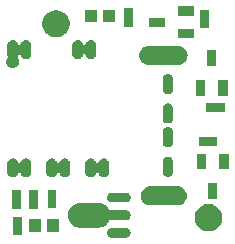
<source format=gbr>
G04 #@! TF.GenerationSoftware,KiCad,Pcbnew,(5.0.2)-1*
G04 #@! TF.CreationDate,2019-08-16T13:34:43+08:00*
G04 #@! TF.ProjectId,IRMQTT,49524d51-5454-42e6-9b69-6361645f7063,rev?*
G04 #@! TF.SameCoordinates,Original*
G04 #@! TF.FileFunction,Soldermask,Bot*
G04 #@! TF.FilePolarity,Negative*
%FSLAX46Y46*%
G04 Gerber Fmt 4.6, Leading zero omitted, Abs format (unit mm)*
G04 Created by KiCad (PCBNEW (5.0.2)-1) date 2019-08-16 13:34:43*
%MOMM*%
%LPD*%
G01*
G04 APERTURE LIST*
%ADD10C,0.100000*%
G04 APERTURE END LIST*
D10*
G36*
X73410335Y-65190214D02*
X73449610Y-65194082D01*
X73500002Y-65209369D01*
X73525199Y-65217012D01*
X73594860Y-65254247D01*
X73655922Y-65304358D01*
X73706033Y-65365420D01*
X73743268Y-65435081D01*
X73743268Y-65435082D01*
X73766198Y-65510670D01*
X73773940Y-65589280D01*
X73766198Y-65667890D01*
X73750911Y-65718282D01*
X73743268Y-65743479D01*
X73706033Y-65813140D01*
X73655922Y-65874202D01*
X73594860Y-65924313D01*
X73525199Y-65961548D01*
X73500002Y-65969191D01*
X73449610Y-65984478D01*
X73410335Y-65988346D01*
X73390699Y-65990280D01*
X72151301Y-65990280D01*
X72131665Y-65988346D01*
X72092390Y-65984478D01*
X72041998Y-65969191D01*
X72016801Y-65961548D01*
X71947140Y-65924313D01*
X71886078Y-65874202D01*
X71835967Y-65813140D01*
X71798732Y-65743479D01*
X71791089Y-65718282D01*
X71775802Y-65667890D01*
X71768060Y-65589280D01*
X71775802Y-65510670D01*
X71798732Y-65435082D01*
X71798732Y-65435081D01*
X71835967Y-65365420D01*
X71886078Y-65304358D01*
X71947140Y-65254247D01*
X72016801Y-65217012D01*
X72041998Y-65209369D01*
X72092390Y-65194082D01*
X72131665Y-65190214D01*
X72151301Y-65188280D01*
X73390699Y-65188280D01*
X73410335Y-65190214D01*
X73410335Y-65190214D01*
G37*
G36*
X64538940Y-65773780D02*
X63786940Y-65773780D01*
X63786940Y-64221780D01*
X64538940Y-64221780D01*
X64538940Y-65773780D01*
X64538940Y-65773780D01*
G37*
G36*
X67737860Y-65531980D02*
X66705860Y-65531980D01*
X66705860Y-64449980D01*
X67737860Y-64449980D01*
X67737860Y-65531980D01*
X67737860Y-65531980D01*
G37*
G36*
X66197860Y-65531980D02*
X65165860Y-65531980D01*
X65165860Y-64449980D01*
X66197860Y-64449980D01*
X66197860Y-65531980D01*
X66197860Y-65531980D01*
G37*
G36*
X80703874Y-63188252D02*
X80913342Y-63275016D01*
X81101863Y-63400982D01*
X81262178Y-63561297D01*
X81388144Y-63749818D01*
X81474908Y-63959286D01*
X81519140Y-64181655D01*
X81519140Y-64408385D01*
X81474908Y-64630754D01*
X81388144Y-64840222D01*
X81262178Y-65028743D01*
X81101863Y-65189058D01*
X80913342Y-65315024D01*
X80703874Y-65401788D01*
X80481505Y-65446020D01*
X80254775Y-65446020D01*
X80032406Y-65401788D01*
X79822938Y-65315024D01*
X79634417Y-65189058D01*
X79474102Y-65028743D01*
X79348136Y-64840222D01*
X79261372Y-64630754D01*
X79217140Y-64408385D01*
X79217140Y-64181655D01*
X79261372Y-63959286D01*
X79348136Y-63749818D01*
X79474102Y-63561297D01*
X79634417Y-63400982D01*
X79822938Y-63275016D01*
X80032406Y-63188252D01*
X80254775Y-63144020D01*
X80481505Y-63144020D01*
X80703874Y-63188252D01*
X80703874Y-63188252D01*
G37*
G36*
X71103510Y-63041321D02*
X71227032Y-63053487D01*
X71425146Y-63113585D01*
X71607729Y-63211177D01*
X71767765Y-63342515D01*
X71899103Y-63502551D01*
X71961168Y-63618666D01*
X71963059Y-63622205D01*
X71976673Y-63642579D01*
X71994000Y-63659906D01*
X72014374Y-63673520D01*
X72037013Y-63682898D01*
X72061047Y-63687678D01*
X72073299Y-63688280D01*
X73390699Y-63688280D01*
X73410335Y-63690214D01*
X73449610Y-63694082D01*
X73500002Y-63709369D01*
X73525199Y-63717012D01*
X73594860Y-63754247D01*
X73655922Y-63804358D01*
X73706033Y-63865420D01*
X73743268Y-63935081D01*
X73743268Y-63935082D01*
X73766198Y-64010670D01*
X73773940Y-64089280D01*
X73766198Y-64167890D01*
X73762022Y-64181655D01*
X73743268Y-64243479D01*
X73706033Y-64313140D01*
X73655922Y-64374202D01*
X73594860Y-64424313D01*
X73525199Y-64461548D01*
X73500002Y-64469191D01*
X73449610Y-64484478D01*
X73410335Y-64488346D01*
X73390699Y-64490280D01*
X72073299Y-64490280D01*
X72048913Y-64492682D01*
X72025464Y-64499795D01*
X72003853Y-64511346D01*
X71984911Y-64526892D01*
X71969365Y-64545834D01*
X71963059Y-64556355D01*
X71899103Y-64676009D01*
X71767765Y-64836045D01*
X71607729Y-64967383D01*
X71425146Y-65064975D01*
X71227032Y-65125073D01*
X71103510Y-65137239D01*
X71072631Y-65140280D01*
X69469369Y-65140280D01*
X69438490Y-65137239D01*
X69314968Y-65125073D01*
X69116854Y-65064975D01*
X68934271Y-64967383D01*
X68774235Y-64836045D01*
X68642897Y-64676009D01*
X68545305Y-64493426D01*
X68485207Y-64295312D01*
X68464915Y-64089280D01*
X68485207Y-63883248D01*
X68545305Y-63685134D01*
X68642897Y-63502551D01*
X68774235Y-63342515D01*
X68934271Y-63211177D01*
X69116854Y-63113585D01*
X69314968Y-63053487D01*
X69438490Y-63041321D01*
X69469369Y-63038280D01*
X71072631Y-63038280D01*
X71103510Y-63041321D01*
X71103510Y-63041321D01*
G37*
G36*
X64523700Y-63541120D02*
X63771700Y-63541120D01*
X63771700Y-61989120D01*
X64523700Y-61989120D01*
X64523700Y-63541120D01*
X64523700Y-63541120D01*
G37*
G36*
X65963880Y-63533500D02*
X65211880Y-63533500D01*
X65211880Y-61981500D01*
X65963880Y-61981500D01*
X65963880Y-63533500D01*
X65963880Y-63533500D01*
G37*
G36*
X67492960Y-63487780D02*
X66740960Y-63487780D01*
X66740960Y-61935780D01*
X67492960Y-61935780D01*
X67492960Y-63487780D01*
X67492960Y-63487780D01*
G37*
G36*
X77892565Y-61663350D02*
X78043552Y-61709152D01*
X78182705Y-61783530D01*
X78304673Y-61883627D01*
X78404770Y-62005595D01*
X78479148Y-62144748D01*
X78524950Y-62295735D01*
X78540415Y-62452760D01*
X78524950Y-62609785D01*
X78479148Y-62760772D01*
X78404770Y-62899925D01*
X78304673Y-63021893D01*
X78182705Y-63121990D01*
X78043552Y-63196368D01*
X77892565Y-63242170D01*
X77774886Y-63253760D01*
X75396194Y-63253760D01*
X75278515Y-63242170D01*
X75127528Y-63196368D01*
X74988375Y-63121990D01*
X74866407Y-63021893D01*
X74766310Y-62899925D01*
X74691932Y-62760772D01*
X74646130Y-62609785D01*
X74630665Y-62452760D01*
X74646130Y-62295735D01*
X74691932Y-62144748D01*
X74766310Y-62005595D01*
X74866407Y-61883627D01*
X74988375Y-61783530D01*
X75127528Y-61709152D01*
X75278515Y-61663350D01*
X75396194Y-61651760D01*
X77774886Y-61651760D01*
X77892565Y-61663350D01*
X77892565Y-61663350D01*
G37*
G36*
X73410335Y-62190214D02*
X73449610Y-62194082D01*
X73500002Y-62209369D01*
X73525199Y-62217012D01*
X73594860Y-62254247D01*
X73655922Y-62304358D01*
X73706033Y-62365420D01*
X73743268Y-62435081D01*
X73743268Y-62435082D01*
X73766198Y-62510670D01*
X73773940Y-62589280D01*
X73766198Y-62667890D01*
X73759151Y-62691120D01*
X73743268Y-62743479D01*
X73706033Y-62813140D01*
X73655922Y-62874202D01*
X73594860Y-62924313D01*
X73525199Y-62961548D01*
X73500002Y-62969191D01*
X73449610Y-62984478D01*
X73410335Y-62988346D01*
X73390699Y-62990280D01*
X72151301Y-62990280D01*
X72131665Y-62988346D01*
X72092390Y-62984478D01*
X72041998Y-62969191D01*
X72016801Y-62961548D01*
X71947140Y-62924313D01*
X71886078Y-62874202D01*
X71835967Y-62813140D01*
X71798732Y-62743479D01*
X71782849Y-62691120D01*
X71775802Y-62667890D01*
X71768060Y-62589280D01*
X71775802Y-62510670D01*
X71798732Y-62435082D01*
X71798732Y-62435081D01*
X71835967Y-62365420D01*
X71886078Y-62304358D01*
X71947140Y-62254247D01*
X72016801Y-62217012D01*
X72041998Y-62209369D01*
X72092390Y-62194082D01*
X72131665Y-62190214D01*
X72151301Y-62188280D01*
X73390699Y-62188280D01*
X73410335Y-62190214D01*
X73410335Y-62190214D01*
G37*
G36*
X81124740Y-62723120D02*
X80322740Y-62723120D01*
X80322740Y-61371120D01*
X81124740Y-61371120D01*
X81124740Y-62723120D01*
X81124740Y-62723120D01*
G37*
G36*
X68280693Y-59276545D02*
X68355736Y-59299310D01*
X68365705Y-59302334D01*
X68444054Y-59344213D01*
X68512728Y-59400572D01*
X68569087Y-59469246D01*
X68610966Y-59547595D01*
X68610967Y-59547599D01*
X68636755Y-59632607D01*
X68643280Y-59698862D01*
X68643280Y-60443178D01*
X68636755Y-60509433D01*
X68622663Y-60555885D01*
X68610966Y-60594445D01*
X68569087Y-60672794D01*
X68512730Y-60741466D01*
X68512726Y-60741470D01*
X68444057Y-60797825D01*
X68444053Y-60797827D01*
X68365704Y-60839706D01*
X68355735Y-60842730D01*
X68280692Y-60865495D01*
X68192280Y-60874202D01*
X68103867Y-60865495D01*
X68028824Y-60842730D01*
X68018855Y-60839706D01*
X67940506Y-60797827D01*
X67871832Y-60741468D01*
X67871830Y-60741466D01*
X67815475Y-60672797D01*
X67812155Y-60666585D01*
X67773594Y-60594444D01*
X67764620Y-60564861D01*
X67761897Y-60555884D01*
X67752520Y-60533245D01*
X67738906Y-60512871D01*
X67721578Y-60495544D01*
X67701204Y-60481930D01*
X67678564Y-60472553D01*
X67654531Y-60467773D01*
X67630027Y-60467773D01*
X67605993Y-60472554D01*
X67583354Y-60481931D01*
X67562980Y-60495545D01*
X67545653Y-60512873D01*
X67532039Y-60533247D01*
X67522663Y-60555884D01*
X67510966Y-60594445D01*
X67469087Y-60672794D01*
X67412730Y-60741466D01*
X67412726Y-60741470D01*
X67344057Y-60797825D01*
X67344053Y-60797827D01*
X67265704Y-60839706D01*
X67255735Y-60842730D01*
X67180692Y-60865495D01*
X67092280Y-60874202D01*
X67003867Y-60865495D01*
X66928824Y-60842730D01*
X66918855Y-60839706D01*
X66840506Y-60797827D01*
X66771832Y-60741468D01*
X66771830Y-60741466D01*
X66715475Y-60672797D01*
X66710944Y-60664319D01*
X66673594Y-60594444D01*
X66670570Y-60584475D01*
X66647805Y-60509432D01*
X66641280Y-60443177D01*
X66641280Y-59698862D01*
X66647805Y-59632607D01*
X66673593Y-59547597D01*
X66715473Y-59469247D01*
X66771833Y-59400572D01*
X66840506Y-59344214D01*
X66840505Y-59344214D01*
X66840507Y-59344213D01*
X66918856Y-59302334D01*
X66928825Y-59299310D01*
X67003868Y-59276545D01*
X67092280Y-59267838D01*
X67180693Y-59276545D01*
X67255736Y-59299310D01*
X67265705Y-59302334D01*
X67344054Y-59344213D01*
X67412728Y-59400572D01*
X67469087Y-59469246D01*
X67510966Y-59547595D01*
X67519940Y-59577178D01*
X67522663Y-59586155D01*
X67532040Y-59608794D01*
X67545654Y-59629168D01*
X67562982Y-59646495D01*
X67583356Y-59660109D01*
X67605996Y-59669486D01*
X67630029Y-59674266D01*
X67654533Y-59674266D01*
X67678567Y-59669485D01*
X67701206Y-59660108D01*
X67721580Y-59646494D01*
X67738907Y-59629166D01*
X67752521Y-59608792D01*
X67761897Y-59586155D01*
X67773594Y-59547596D01*
X67815473Y-59469247D01*
X67871833Y-59400572D01*
X67940506Y-59344214D01*
X67940505Y-59344214D01*
X67940507Y-59344213D01*
X68018856Y-59302334D01*
X68028825Y-59299310D01*
X68103868Y-59276545D01*
X68192280Y-59267838D01*
X68280693Y-59276545D01*
X68280693Y-59276545D01*
G37*
G36*
X64980693Y-59276545D02*
X65055736Y-59299310D01*
X65065705Y-59302334D01*
X65144054Y-59344213D01*
X65212728Y-59400572D01*
X65269087Y-59469246D01*
X65310966Y-59547595D01*
X65310967Y-59547599D01*
X65336755Y-59632607D01*
X65343280Y-59698862D01*
X65343280Y-60443178D01*
X65336755Y-60509433D01*
X65322663Y-60555885D01*
X65310966Y-60594445D01*
X65269087Y-60672794D01*
X65212730Y-60741466D01*
X65212726Y-60741470D01*
X65144057Y-60797825D01*
X65144053Y-60797827D01*
X65065704Y-60839706D01*
X65055735Y-60842730D01*
X64980692Y-60865495D01*
X64892280Y-60874202D01*
X64803867Y-60865495D01*
X64728824Y-60842730D01*
X64718855Y-60839706D01*
X64640506Y-60797827D01*
X64571832Y-60741468D01*
X64571830Y-60741466D01*
X64515475Y-60672797D01*
X64512155Y-60666585D01*
X64473594Y-60594444D01*
X64464620Y-60564861D01*
X64461897Y-60555884D01*
X64452520Y-60533245D01*
X64438906Y-60512871D01*
X64421578Y-60495544D01*
X64401204Y-60481930D01*
X64378564Y-60472553D01*
X64354531Y-60467773D01*
X64330027Y-60467773D01*
X64305993Y-60472554D01*
X64283354Y-60481931D01*
X64262980Y-60495545D01*
X64245653Y-60512873D01*
X64232039Y-60533247D01*
X64222663Y-60555884D01*
X64210966Y-60594445D01*
X64169087Y-60672794D01*
X64112730Y-60741466D01*
X64112726Y-60741470D01*
X64044057Y-60797825D01*
X64044053Y-60797827D01*
X63965704Y-60839706D01*
X63955735Y-60842730D01*
X63880692Y-60865495D01*
X63792280Y-60874202D01*
X63703867Y-60865495D01*
X63628824Y-60842730D01*
X63618855Y-60839706D01*
X63540506Y-60797827D01*
X63471832Y-60741468D01*
X63471830Y-60741466D01*
X63415475Y-60672797D01*
X63410944Y-60664319D01*
X63373594Y-60594444D01*
X63370570Y-60584475D01*
X63347805Y-60509432D01*
X63341280Y-60443177D01*
X63341280Y-59698862D01*
X63347805Y-59632607D01*
X63373593Y-59547597D01*
X63415473Y-59469247D01*
X63471833Y-59400572D01*
X63540506Y-59344214D01*
X63540505Y-59344214D01*
X63540507Y-59344213D01*
X63618856Y-59302334D01*
X63628825Y-59299310D01*
X63703868Y-59276545D01*
X63792280Y-59267838D01*
X63880693Y-59276545D01*
X63955736Y-59299310D01*
X63965705Y-59302334D01*
X64044054Y-59344213D01*
X64112728Y-59400572D01*
X64169087Y-59469246D01*
X64210966Y-59547595D01*
X64219940Y-59577178D01*
X64222663Y-59586155D01*
X64232040Y-59608794D01*
X64245654Y-59629168D01*
X64262982Y-59646495D01*
X64283356Y-59660109D01*
X64305996Y-59669486D01*
X64330029Y-59674266D01*
X64354533Y-59674266D01*
X64378567Y-59669485D01*
X64401206Y-59660108D01*
X64421580Y-59646494D01*
X64438907Y-59629166D01*
X64452521Y-59608792D01*
X64461897Y-59586155D01*
X64473594Y-59547596D01*
X64515473Y-59469247D01*
X64571833Y-59400572D01*
X64640506Y-59344214D01*
X64640505Y-59344214D01*
X64640507Y-59344213D01*
X64718856Y-59302334D01*
X64728825Y-59299310D01*
X64803868Y-59276545D01*
X64892280Y-59267838D01*
X64980693Y-59276545D01*
X64980693Y-59276545D01*
G37*
G36*
X71580693Y-59276545D02*
X71655736Y-59299310D01*
X71665705Y-59302334D01*
X71744054Y-59344213D01*
X71812728Y-59400572D01*
X71869087Y-59469246D01*
X71910966Y-59547595D01*
X71910967Y-59547599D01*
X71936755Y-59632607D01*
X71943280Y-59698862D01*
X71943280Y-60443178D01*
X71936755Y-60509433D01*
X71922663Y-60555885D01*
X71910966Y-60594445D01*
X71869087Y-60672794D01*
X71812730Y-60741466D01*
X71812726Y-60741470D01*
X71744057Y-60797825D01*
X71744053Y-60797827D01*
X71665704Y-60839706D01*
X71655735Y-60842730D01*
X71580692Y-60865495D01*
X71492280Y-60874202D01*
X71403867Y-60865495D01*
X71328824Y-60842730D01*
X71318855Y-60839706D01*
X71240506Y-60797827D01*
X71171832Y-60741468D01*
X71171830Y-60741466D01*
X71115475Y-60672797D01*
X71112155Y-60666585D01*
X71073594Y-60594444D01*
X71064620Y-60564861D01*
X71061897Y-60555884D01*
X71052520Y-60533245D01*
X71038906Y-60512871D01*
X71021578Y-60495544D01*
X71001204Y-60481930D01*
X70978564Y-60472553D01*
X70954531Y-60467773D01*
X70930027Y-60467773D01*
X70905993Y-60472554D01*
X70883354Y-60481931D01*
X70862980Y-60495545D01*
X70845653Y-60512873D01*
X70832039Y-60533247D01*
X70822663Y-60555884D01*
X70810966Y-60594445D01*
X70769087Y-60672794D01*
X70712730Y-60741466D01*
X70712726Y-60741470D01*
X70644057Y-60797825D01*
X70644053Y-60797827D01*
X70565704Y-60839706D01*
X70555735Y-60842730D01*
X70480692Y-60865495D01*
X70392280Y-60874202D01*
X70303867Y-60865495D01*
X70228824Y-60842730D01*
X70218855Y-60839706D01*
X70140506Y-60797827D01*
X70071832Y-60741468D01*
X70071830Y-60741466D01*
X70015475Y-60672797D01*
X70010944Y-60664319D01*
X69973594Y-60594444D01*
X69970570Y-60584475D01*
X69947805Y-60509432D01*
X69941280Y-60443177D01*
X69941280Y-59698862D01*
X69947805Y-59632607D01*
X69973593Y-59547597D01*
X70015473Y-59469247D01*
X70071833Y-59400572D01*
X70140506Y-59344214D01*
X70140505Y-59344214D01*
X70140507Y-59344213D01*
X70218856Y-59302334D01*
X70228825Y-59299310D01*
X70303868Y-59276545D01*
X70392280Y-59267838D01*
X70480693Y-59276545D01*
X70555736Y-59299310D01*
X70565705Y-59302334D01*
X70644054Y-59344213D01*
X70712728Y-59400572D01*
X70769087Y-59469246D01*
X70810966Y-59547595D01*
X70819940Y-59577178D01*
X70822663Y-59586155D01*
X70832040Y-59608794D01*
X70845654Y-59629168D01*
X70862982Y-59646495D01*
X70883356Y-59660109D01*
X70905996Y-59669486D01*
X70930029Y-59674266D01*
X70954533Y-59674266D01*
X70978567Y-59669485D01*
X71001206Y-59660108D01*
X71021580Y-59646494D01*
X71038907Y-59629166D01*
X71052521Y-59608792D01*
X71061897Y-59586155D01*
X71073594Y-59547596D01*
X71115473Y-59469247D01*
X71171833Y-59400572D01*
X71240506Y-59344214D01*
X71240505Y-59344214D01*
X71240507Y-59344213D01*
X71318856Y-59302334D01*
X71328825Y-59299310D01*
X71403868Y-59276545D01*
X71492280Y-59267838D01*
X71580693Y-59276545D01*
X71580693Y-59276545D01*
G37*
G36*
X77017393Y-59129125D02*
X77092436Y-59151890D01*
X77102405Y-59154914D01*
X77180754Y-59196793D01*
X77249428Y-59253152D01*
X77305787Y-59321826D01*
X77347666Y-59400175D01*
X77347667Y-59400179D01*
X77373455Y-59485187D01*
X77379980Y-59551442D01*
X77379980Y-60395758D01*
X77373455Y-60462013D01*
X77358026Y-60512873D01*
X77347666Y-60547025D01*
X77305787Y-60625374D01*
X77249430Y-60694046D01*
X77249426Y-60694050D01*
X77180757Y-60750405D01*
X77180753Y-60750407D01*
X77102404Y-60792286D01*
X77092435Y-60795310D01*
X77017392Y-60818075D01*
X76928980Y-60826782D01*
X76840567Y-60818075D01*
X76765524Y-60795310D01*
X76755555Y-60792286D01*
X76677206Y-60750407D01*
X76608532Y-60694048D01*
X76608530Y-60694046D01*
X76552175Y-60625377D01*
X76547644Y-60616899D01*
X76510294Y-60547024D01*
X76506114Y-60533245D01*
X76484505Y-60462012D01*
X76477980Y-60395757D01*
X76477980Y-59551442D01*
X76484505Y-59485189D01*
X76510294Y-59400178D01*
X76510295Y-59400175D01*
X76552174Y-59321826D01*
X76608533Y-59253152D01*
X76677207Y-59196793D01*
X76755556Y-59154914D01*
X76765525Y-59151890D01*
X76840568Y-59129125D01*
X76928980Y-59120418D01*
X77017393Y-59129125D01*
X77017393Y-59129125D01*
G37*
G36*
X82074740Y-60223120D02*
X81272740Y-60223120D01*
X81272740Y-58871120D01*
X82074740Y-58871120D01*
X82074740Y-60223120D01*
X82074740Y-60223120D01*
G37*
G36*
X80174740Y-60223120D02*
X79372740Y-60223120D01*
X79372740Y-58871120D01*
X80174740Y-58871120D01*
X80174740Y-60223120D01*
X80174740Y-60223120D01*
G37*
G36*
X77017393Y-56629125D02*
X77092436Y-56651890D01*
X77102405Y-56654914D01*
X77180754Y-56696793D01*
X77249428Y-56753152D01*
X77305787Y-56821826D01*
X77347666Y-56900175D01*
X77347667Y-56900179D01*
X77373455Y-56985187D01*
X77379980Y-57051442D01*
X77379980Y-57895758D01*
X77373455Y-57962013D01*
X77350690Y-58037056D01*
X77347666Y-58047025D01*
X77305787Y-58125374D01*
X77249430Y-58194046D01*
X77249426Y-58194050D01*
X77180757Y-58250405D01*
X77180753Y-58250407D01*
X77102404Y-58292286D01*
X77092435Y-58295310D01*
X77017392Y-58318075D01*
X76928980Y-58326782D01*
X76840567Y-58318075D01*
X76765524Y-58295310D01*
X76755555Y-58292286D01*
X76677206Y-58250407D01*
X76608532Y-58194048D01*
X76608530Y-58194046D01*
X76552175Y-58125377D01*
X76547644Y-58116899D01*
X76510294Y-58047024D01*
X76507270Y-58037055D01*
X76484505Y-57962012D01*
X76477980Y-57895757D01*
X76477980Y-57051442D01*
X76484505Y-56985189D01*
X76510294Y-56900178D01*
X76510295Y-56900175D01*
X76552174Y-56821826D01*
X76608533Y-56753152D01*
X76677207Y-56696793D01*
X76755556Y-56654914D01*
X76765525Y-56651890D01*
X76840568Y-56629125D01*
X76928980Y-56620418D01*
X77017393Y-56629125D01*
X77017393Y-56629125D01*
G37*
G36*
X81111940Y-58262600D02*
X79559940Y-58262600D01*
X79559940Y-57510600D01*
X81111940Y-57510600D01*
X81111940Y-58262600D01*
X81111940Y-58262600D01*
G37*
G36*
X77017393Y-54629125D02*
X77092436Y-54651890D01*
X77102405Y-54654914D01*
X77180754Y-54696793D01*
X77249428Y-54753152D01*
X77305787Y-54821826D01*
X77347666Y-54900175D01*
X77347667Y-54900179D01*
X77373455Y-54985187D01*
X77379980Y-55051442D01*
X77379980Y-55895758D01*
X77373455Y-55962013D01*
X77350690Y-56037056D01*
X77347666Y-56047025D01*
X77305787Y-56125374D01*
X77249430Y-56194046D01*
X77249426Y-56194050D01*
X77180757Y-56250405D01*
X77180753Y-56250407D01*
X77102404Y-56292286D01*
X77092435Y-56295310D01*
X77017392Y-56318075D01*
X76928980Y-56326782D01*
X76840567Y-56318075D01*
X76765524Y-56295310D01*
X76755555Y-56292286D01*
X76677206Y-56250407D01*
X76608532Y-56194048D01*
X76608530Y-56194046D01*
X76552175Y-56125377D01*
X76547644Y-56116899D01*
X76510294Y-56047024D01*
X76507270Y-56037055D01*
X76484505Y-55962012D01*
X76477980Y-55895757D01*
X76477980Y-55051442D01*
X76484505Y-54985189D01*
X76510294Y-54900178D01*
X76510295Y-54900175D01*
X76552174Y-54821826D01*
X76608533Y-54753152D01*
X76677207Y-54696793D01*
X76755556Y-54654914D01*
X76765525Y-54651890D01*
X76840568Y-54629125D01*
X76928980Y-54620418D01*
X77017393Y-54629125D01*
X77017393Y-54629125D01*
G37*
G36*
X81748660Y-55336520D02*
X80196660Y-55336520D01*
X80196660Y-54584520D01*
X81748660Y-54584520D01*
X81748660Y-55336520D01*
X81748660Y-55336520D01*
G37*
G36*
X80083340Y-53985520D02*
X79281340Y-53985520D01*
X79281340Y-52633520D01*
X80083340Y-52633520D01*
X80083340Y-53985520D01*
X80083340Y-53985520D01*
G37*
G36*
X81983340Y-53985520D02*
X81181340Y-53985520D01*
X81181340Y-52633520D01*
X81983340Y-52633520D01*
X81983340Y-53985520D01*
X81983340Y-53985520D01*
G37*
G36*
X77017393Y-52129125D02*
X77092436Y-52151890D01*
X77102405Y-52154914D01*
X77180754Y-52196793D01*
X77249428Y-52253152D01*
X77305787Y-52321826D01*
X77347666Y-52400175D01*
X77347667Y-52400179D01*
X77373455Y-52485187D01*
X77379980Y-52551442D01*
X77379980Y-53395758D01*
X77373455Y-53462013D01*
X77350690Y-53537056D01*
X77347666Y-53547025D01*
X77305787Y-53625374D01*
X77249430Y-53694046D01*
X77249426Y-53694050D01*
X77180757Y-53750405D01*
X77180753Y-53750407D01*
X77102404Y-53792286D01*
X77092435Y-53795310D01*
X77017392Y-53818075D01*
X76928980Y-53826782D01*
X76840567Y-53818075D01*
X76765524Y-53795310D01*
X76755555Y-53792286D01*
X76677206Y-53750407D01*
X76608532Y-53694048D01*
X76608530Y-53694046D01*
X76552175Y-53625377D01*
X76547644Y-53616899D01*
X76510294Y-53547024D01*
X76507270Y-53537055D01*
X76484505Y-53462012D01*
X76477980Y-53395757D01*
X76477980Y-52551442D01*
X76484505Y-52485189D01*
X76510294Y-52400178D01*
X76510295Y-52400175D01*
X76552174Y-52321826D01*
X76608533Y-52253152D01*
X76677207Y-52196793D01*
X76755556Y-52154914D01*
X76765525Y-52151890D01*
X76840568Y-52129125D01*
X76928980Y-52120418D01*
X77017393Y-52129125D01*
X77017393Y-52129125D01*
G37*
G36*
X64980693Y-49276545D02*
X65055736Y-49299310D01*
X65065705Y-49302334D01*
X65144054Y-49344213D01*
X65212728Y-49400572D01*
X65269087Y-49469246D01*
X65310966Y-49547595D01*
X65310967Y-49547599D01*
X65336755Y-49632607D01*
X65343280Y-49698862D01*
X65343280Y-50443178D01*
X65336755Y-50509433D01*
X65313990Y-50584476D01*
X65310966Y-50594445D01*
X65269087Y-50672794D01*
X65212730Y-50741466D01*
X65212726Y-50741470D01*
X65144057Y-50797825D01*
X65144053Y-50797827D01*
X65065704Y-50839706D01*
X65055735Y-50842730D01*
X64980692Y-50865495D01*
X64892280Y-50874202D01*
X64803867Y-50865495D01*
X64728824Y-50842730D01*
X64718855Y-50839706D01*
X64640506Y-50797827D01*
X64571832Y-50741468D01*
X64571830Y-50741466D01*
X64515475Y-50672797D01*
X64497430Y-50639037D01*
X64473594Y-50594444D01*
X64462521Y-50557940D01*
X64461897Y-50555884D01*
X64452520Y-50533245D01*
X64438906Y-50512871D01*
X64421578Y-50495544D01*
X64401204Y-50481930D01*
X64378564Y-50472553D01*
X64354531Y-50467773D01*
X64330027Y-50467773D01*
X64305993Y-50472554D01*
X64283354Y-50481931D01*
X64262980Y-50495545D01*
X64245653Y-50512873D01*
X64232039Y-50533247D01*
X64222663Y-50555885D01*
X64218664Y-50569067D01*
X64210966Y-50594445D01*
X64210965Y-50594447D01*
X64210282Y-50596698D01*
X64202700Y-50615004D01*
X64197919Y-50639037D01*
X64197919Y-50663541D01*
X64202699Y-50687575D01*
X64212077Y-50710214D01*
X64225686Y-50730581D01*
X64252636Y-50763420D01*
X64303801Y-50859141D01*
X64335307Y-50963005D01*
X64345946Y-51071020D01*
X64335307Y-51179035D01*
X64303801Y-51282899D01*
X64252636Y-51378620D01*
X64183781Y-51462521D01*
X64099880Y-51531376D01*
X64004159Y-51582541D01*
X63900295Y-51614047D01*
X63819347Y-51622020D01*
X63765213Y-51622020D01*
X63684265Y-51614047D01*
X63580401Y-51582541D01*
X63484680Y-51531376D01*
X63400779Y-51462521D01*
X63331924Y-51378620D01*
X63280759Y-51282899D01*
X63249253Y-51179035D01*
X63238614Y-51071020D01*
X63249253Y-50963005D01*
X63280759Y-50859141D01*
X63331924Y-50763420D01*
X63358872Y-50730583D01*
X63372483Y-50710214D01*
X63381861Y-50687575D01*
X63386641Y-50663541D01*
X63386641Y-50639037D01*
X63381861Y-50615004D01*
X63374277Y-50596695D01*
X63347805Y-50509432D01*
X63341280Y-50443177D01*
X63341280Y-49698862D01*
X63347805Y-49632607D01*
X63373593Y-49547597D01*
X63415473Y-49469247D01*
X63471833Y-49400572D01*
X63540506Y-49344214D01*
X63540505Y-49344214D01*
X63540507Y-49344213D01*
X63618856Y-49302334D01*
X63628825Y-49299310D01*
X63703868Y-49276545D01*
X63792280Y-49267838D01*
X63880693Y-49276545D01*
X63955736Y-49299310D01*
X63965705Y-49302334D01*
X64044054Y-49344213D01*
X64112728Y-49400572D01*
X64169087Y-49469246D01*
X64210966Y-49547595D01*
X64219940Y-49577178D01*
X64222663Y-49586155D01*
X64232040Y-49608794D01*
X64245654Y-49629168D01*
X64262982Y-49646495D01*
X64283356Y-49660109D01*
X64305996Y-49669486D01*
X64330029Y-49674266D01*
X64354533Y-49674266D01*
X64378567Y-49669485D01*
X64401206Y-49660108D01*
X64421580Y-49646494D01*
X64438907Y-49629166D01*
X64452521Y-49608792D01*
X64461897Y-49586155D01*
X64473594Y-49547596D01*
X64515473Y-49469247D01*
X64571833Y-49400572D01*
X64640506Y-49344214D01*
X64640505Y-49344214D01*
X64640507Y-49344213D01*
X64718856Y-49302334D01*
X64728825Y-49299310D01*
X64803868Y-49276545D01*
X64892280Y-49267838D01*
X64980693Y-49276545D01*
X64980693Y-49276545D01*
G37*
G36*
X81033340Y-51485520D02*
X80231340Y-51485520D01*
X80231340Y-50133520D01*
X81033340Y-50133520D01*
X81033340Y-51485520D01*
X81033340Y-51485520D01*
G37*
G36*
X77957005Y-49768530D02*
X78107992Y-49814332D01*
X78247145Y-49888710D01*
X78369113Y-49988807D01*
X78469210Y-50110775D01*
X78543588Y-50249928D01*
X78589390Y-50400915D01*
X78604855Y-50557940D01*
X78589390Y-50714965D01*
X78543588Y-50865952D01*
X78469210Y-51005105D01*
X78369113Y-51127073D01*
X78247145Y-51227170D01*
X78107992Y-51301548D01*
X77957005Y-51347350D01*
X77839326Y-51358940D01*
X75260634Y-51358940D01*
X75142955Y-51347350D01*
X74991968Y-51301548D01*
X74852815Y-51227170D01*
X74730847Y-51127073D01*
X74630750Y-51005105D01*
X74556372Y-50865952D01*
X74510570Y-50714965D01*
X74495105Y-50557940D01*
X74510570Y-50400915D01*
X74556372Y-50249928D01*
X74630750Y-50110775D01*
X74730847Y-49988807D01*
X74852815Y-49888710D01*
X74991968Y-49814332D01*
X75142955Y-49768530D01*
X75260634Y-49756940D01*
X77839326Y-49756940D01*
X77957005Y-49768530D01*
X77957005Y-49768530D01*
G37*
G36*
X70480693Y-49276545D02*
X70555736Y-49299310D01*
X70565705Y-49302334D01*
X70644054Y-49344213D01*
X70712728Y-49400572D01*
X70769087Y-49469246D01*
X70810966Y-49547595D01*
X70810967Y-49547599D01*
X70836755Y-49632607D01*
X70843280Y-49698862D01*
X70843280Y-50443178D01*
X70836755Y-50509433D01*
X70813990Y-50584476D01*
X70810966Y-50594445D01*
X70769087Y-50672794D01*
X70712730Y-50741466D01*
X70712726Y-50741470D01*
X70644057Y-50797825D01*
X70644053Y-50797827D01*
X70565704Y-50839706D01*
X70555735Y-50842730D01*
X70480692Y-50865495D01*
X70392280Y-50874202D01*
X70303867Y-50865495D01*
X70228824Y-50842730D01*
X70218855Y-50839706D01*
X70140506Y-50797827D01*
X70071832Y-50741468D01*
X70071830Y-50741466D01*
X70015475Y-50672797D01*
X69997430Y-50639037D01*
X69973594Y-50594444D01*
X69962521Y-50557940D01*
X69961897Y-50555884D01*
X69952520Y-50533245D01*
X69938906Y-50512871D01*
X69921578Y-50495544D01*
X69901204Y-50481930D01*
X69878564Y-50472553D01*
X69854531Y-50467773D01*
X69830027Y-50467773D01*
X69805993Y-50472554D01*
X69783354Y-50481931D01*
X69762980Y-50495545D01*
X69745653Y-50512873D01*
X69732039Y-50533247D01*
X69722663Y-50555885D01*
X69716065Y-50577637D01*
X69710966Y-50594445D01*
X69669087Y-50672794D01*
X69612730Y-50741466D01*
X69612726Y-50741470D01*
X69544057Y-50797825D01*
X69544053Y-50797827D01*
X69465704Y-50839706D01*
X69455735Y-50842730D01*
X69380692Y-50865495D01*
X69292280Y-50874202D01*
X69203867Y-50865495D01*
X69128824Y-50842730D01*
X69118855Y-50839706D01*
X69040506Y-50797827D01*
X68971832Y-50741468D01*
X68971830Y-50741466D01*
X68915475Y-50672797D01*
X68897430Y-50639037D01*
X68873594Y-50594444D01*
X68870570Y-50584475D01*
X68847805Y-50509432D01*
X68841280Y-50443177D01*
X68841280Y-49698862D01*
X68847805Y-49632607D01*
X68873593Y-49547597D01*
X68915473Y-49469247D01*
X68971833Y-49400572D01*
X69040506Y-49344214D01*
X69040505Y-49344214D01*
X69040507Y-49344213D01*
X69118856Y-49302334D01*
X69128825Y-49299310D01*
X69203868Y-49276545D01*
X69292280Y-49267838D01*
X69380693Y-49276545D01*
X69455736Y-49299310D01*
X69465705Y-49302334D01*
X69544054Y-49344213D01*
X69612728Y-49400572D01*
X69669087Y-49469246D01*
X69710966Y-49547595D01*
X69719940Y-49577178D01*
X69722663Y-49586155D01*
X69732040Y-49608794D01*
X69745654Y-49629168D01*
X69762982Y-49646495D01*
X69783356Y-49660109D01*
X69805996Y-49669486D01*
X69830029Y-49674266D01*
X69854533Y-49674266D01*
X69878567Y-49669485D01*
X69901206Y-49660108D01*
X69921580Y-49646494D01*
X69938907Y-49629166D01*
X69952521Y-49608792D01*
X69961897Y-49586155D01*
X69973594Y-49547596D01*
X70015473Y-49469247D01*
X70071833Y-49400572D01*
X70140506Y-49344214D01*
X70140505Y-49344214D01*
X70140507Y-49344213D01*
X70218856Y-49302334D01*
X70228825Y-49299310D01*
X70303868Y-49276545D01*
X70392280Y-49267838D01*
X70480693Y-49276545D01*
X70480693Y-49276545D01*
G37*
G36*
X79159460Y-49113120D02*
X77807460Y-49113120D01*
X77807460Y-48311120D01*
X79159460Y-48311120D01*
X79159460Y-49113120D01*
X79159460Y-49113120D01*
G37*
G36*
X67787974Y-46784932D02*
X67997442Y-46871696D01*
X68185963Y-46997662D01*
X68346278Y-47157977D01*
X68472244Y-47346498D01*
X68559008Y-47555966D01*
X68603240Y-47778335D01*
X68603240Y-48005065D01*
X68559008Y-48227434D01*
X68472244Y-48436902D01*
X68346278Y-48625423D01*
X68185963Y-48785738D01*
X67997442Y-48911704D01*
X67787974Y-48998468D01*
X67565605Y-49042700D01*
X67338875Y-49042700D01*
X67116506Y-48998468D01*
X66907038Y-48911704D01*
X66718517Y-48785738D01*
X66558202Y-48625423D01*
X66432236Y-48436902D01*
X66345472Y-48227434D01*
X66301240Y-48005065D01*
X66301240Y-47778335D01*
X66345472Y-47555966D01*
X66432236Y-47346498D01*
X66558202Y-47157977D01*
X66718517Y-46997662D01*
X66907038Y-46871696D01*
X67116506Y-46784932D01*
X67338875Y-46740700D01*
X67565605Y-46740700D01*
X67787974Y-46784932D01*
X67787974Y-46784932D01*
G37*
G36*
X80421560Y-48266380D02*
X79669560Y-48266380D01*
X79669560Y-46714380D01*
X80421560Y-46714380D01*
X80421560Y-48266380D01*
X80421560Y-48266380D01*
G37*
G36*
X76659460Y-48163120D02*
X75307460Y-48163120D01*
X75307460Y-47361120D01*
X76659460Y-47361120D01*
X76659460Y-48163120D01*
X76659460Y-48163120D01*
G37*
G36*
X73952180Y-48134300D02*
X73200180Y-48134300D01*
X73200180Y-46582300D01*
X73952180Y-46582300D01*
X73952180Y-48134300D01*
X73952180Y-48134300D01*
G37*
G36*
X72487280Y-47769760D02*
X71455280Y-47769760D01*
X71455280Y-46687760D01*
X72487280Y-46687760D01*
X72487280Y-47769760D01*
X72487280Y-47769760D01*
G37*
G36*
X70947280Y-47769760D02*
X69915280Y-47769760D01*
X69915280Y-46687760D01*
X70947280Y-46687760D01*
X70947280Y-47769760D01*
X70947280Y-47769760D01*
G37*
G36*
X79159460Y-47213120D02*
X77807460Y-47213120D01*
X77807460Y-46411120D01*
X79159460Y-46411120D01*
X79159460Y-47213120D01*
X79159460Y-47213120D01*
G37*
M02*

</source>
